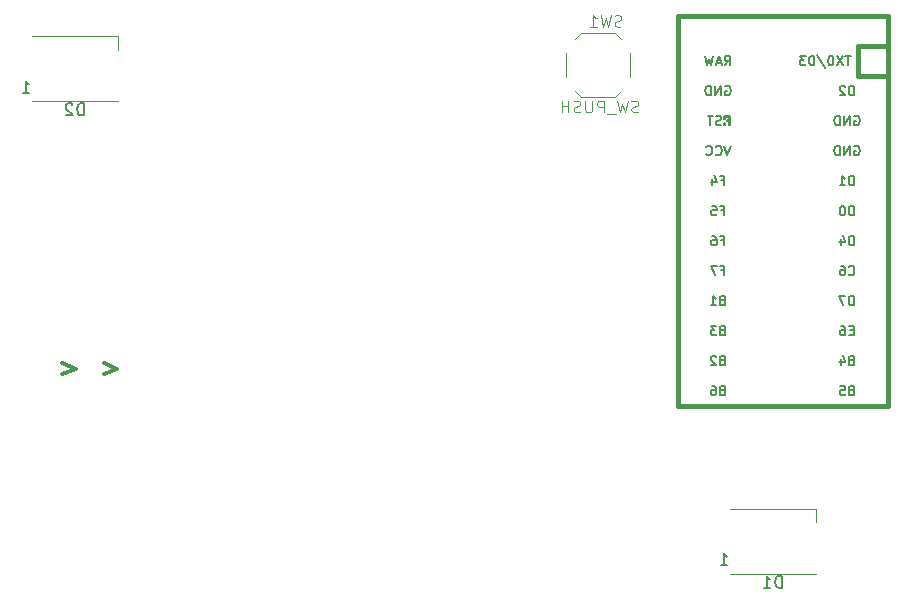
<source format=gbo>
G04 #@! TF.GenerationSoftware,KiCad,Pcbnew,(5.1.5)-3*
G04 #@! TF.CreationDate,2020-07-09T22:20:04+02:00*
G04 #@! TF.ProjectId,2x3_macropad,3278335f-6d61-4637-926f-7061642e6b69,rev?*
G04 #@! TF.SameCoordinates,Original*
G04 #@! TF.FileFunction,Legend,Bot*
G04 #@! TF.FilePolarity,Positive*
%FSLAX46Y46*%
G04 Gerber Fmt 4.6, Leading zero omitted, Abs format (unit mm)*
G04 Created by KiCad (PCBNEW (5.1.5)-3) date 2020-07-09 22:20:04*
%MOMM*%
%LPD*%
G04 APERTURE LIST*
%ADD10C,0.300000*%
%ADD11C,0.120000*%
%ADD12C,0.381000*%
%ADD13C,0.150000*%
%ADD14C,0.050000*%
%ADD15R,1.902000X1.202000*%
%ADD16R,2.102000X2.102000*%
%ADD17C,2.102000*%
%ADD18R,2.102000X3.302000*%
%ADD19R,1.602000X1.102000*%
%ADD20R,1.702000X1.302000*%
%ADD21C,1.702000*%
%ADD22R,1.702000X1.702000*%
%ADD23C,2.388000*%
%ADD24C,4.089800*%
%ADD25C,1.902000*%
%ADD26R,1.854600X1.854600*%
%ADD27C,1.854600*%
G04 APERTURE END LIST*
D10*
X71428571Y-145521428D02*
X72571428Y-145092857D01*
X71428571Y-144664285D01*
X67928571Y-145521428D02*
X69071428Y-145092857D01*
X67928571Y-144664285D01*
D11*
X111850000Y-122120000D02*
X111360000Y-121630000D01*
X114750000Y-122120000D02*
X111850000Y-122120000D01*
X114750000Y-122120000D02*
X115240000Y-121630000D01*
X114750000Y-116680000D02*
X111850000Y-116680000D01*
X114750000Y-116680000D02*
X115240000Y-117170000D01*
X110580000Y-120440000D02*
X110580000Y-118360000D01*
X111850000Y-116680000D02*
X111360000Y-117170000D01*
X116020000Y-120440000D02*
X116020000Y-118360000D01*
X131750000Y-156950000D02*
X131750000Y-158100000D01*
X124450000Y-156950000D02*
X131750000Y-156950000D01*
X124450000Y-162450000D02*
X131750000Y-162450000D01*
X65350000Y-122450000D02*
X72650000Y-122450000D01*
X65350000Y-116950000D02*
X72650000Y-116950000D01*
X72650000Y-116950000D02*
X72650000Y-118100000D01*
D12*
X137795000Y-117792500D02*
X137795000Y-148272500D01*
X137795000Y-148272500D02*
X120015000Y-148272500D01*
X120015000Y-148272500D02*
X120015000Y-117792500D01*
X135255000Y-117792500D02*
X135255000Y-120332500D01*
X135255000Y-120332500D02*
X137795000Y-120332500D01*
D13*
G36*
X123973432Y-123671860D02*
G01*
X123973432Y-123971860D01*
X124073432Y-123971860D01*
X124073432Y-123671860D01*
X123973432Y-123671860D01*
G37*
X123973432Y-123671860D02*
X123973432Y-123971860D01*
X124073432Y-123971860D01*
X124073432Y-123671860D01*
X123973432Y-123671860D01*
G36*
X124173432Y-124071860D02*
G01*
X124173432Y-124171860D01*
X124273432Y-124171860D01*
X124273432Y-124071860D01*
X124173432Y-124071860D01*
G37*
X124173432Y-124071860D02*
X124173432Y-124171860D01*
X124273432Y-124171860D01*
X124273432Y-124071860D01*
X124173432Y-124071860D01*
G36*
X123973432Y-123671860D02*
G01*
X123973432Y-123771860D01*
X124473432Y-123771860D01*
X124473432Y-123671860D01*
X123973432Y-123671860D01*
G37*
X123973432Y-123671860D02*
X123973432Y-123771860D01*
X124473432Y-123771860D01*
X124473432Y-123671860D01*
X123973432Y-123671860D01*
G36*
X124373432Y-123671860D02*
G01*
X124373432Y-124471860D01*
X124473432Y-124471860D01*
X124473432Y-123671860D01*
X124373432Y-123671860D01*
G37*
X124373432Y-123671860D02*
X124373432Y-124471860D01*
X124473432Y-124471860D01*
X124473432Y-123671860D01*
X124373432Y-123671860D01*
G36*
X123973432Y-124271860D02*
G01*
X123973432Y-124471860D01*
X124073432Y-124471860D01*
X124073432Y-124271860D01*
X123973432Y-124271860D01*
G37*
X123973432Y-124271860D02*
X123973432Y-124471860D01*
X124073432Y-124471860D01*
X124073432Y-124271860D01*
X123973432Y-124271860D01*
D12*
X120015000Y-117792500D02*
X120015000Y-115252500D01*
X120015000Y-115252500D02*
X137795000Y-115252500D01*
X137795000Y-115252500D02*
X137795000Y-117792500D01*
X135255000Y-117792500D02*
X137795000Y-117792500D01*
D14*
X115271293Y-116116849D02*
X115128221Y-116164539D01*
X114889769Y-116164539D01*
X114794388Y-116116849D01*
X114746698Y-116069158D01*
X114699007Y-115973777D01*
X114699007Y-115878396D01*
X114746698Y-115783015D01*
X114794388Y-115735325D01*
X114889769Y-115687634D01*
X115080531Y-115639944D01*
X115175912Y-115592253D01*
X115223602Y-115544563D01*
X115271293Y-115449182D01*
X115271293Y-115353801D01*
X115223602Y-115258420D01*
X115175912Y-115210730D01*
X115080531Y-115163039D01*
X114842079Y-115163039D01*
X114699007Y-115210730D01*
X114365174Y-115163039D02*
X114126721Y-116164539D01*
X113935960Y-115449182D01*
X113745198Y-116164539D01*
X113506745Y-115163039D01*
X112600626Y-116164539D02*
X113172912Y-116164539D01*
X112886769Y-116164539D02*
X112886769Y-115163039D01*
X112982150Y-115306110D01*
X113077531Y-115401491D01*
X113172912Y-115449182D01*
X116689175Y-123361064D02*
X116546307Y-123408687D01*
X116308192Y-123408687D01*
X116212947Y-123361064D01*
X116165324Y-123313441D01*
X116117701Y-123218195D01*
X116117701Y-123122950D01*
X116165324Y-123027704D01*
X116212947Y-122980081D01*
X116308192Y-122932458D01*
X116498684Y-122884835D01*
X116593930Y-122837212D01*
X116641552Y-122789590D01*
X116689175Y-122694344D01*
X116689175Y-122599098D01*
X116641552Y-122503852D01*
X116593930Y-122456230D01*
X116498684Y-122408607D01*
X116260570Y-122408607D01*
X116117701Y-122456230D01*
X115784341Y-122408607D02*
X115546227Y-123408687D01*
X115355735Y-122694344D01*
X115165244Y-123408687D01*
X114927130Y-122408607D01*
X114784261Y-123503932D02*
X114022295Y-123503932D01*
X113784181Y-123408687D02*
X113784181Y-122408607D01*
X113403198Y-122408607D01*
X113307952Y-122456230D01*
X113260330Y-122503852D01*
X113212707Y-122599098D01*
X113212707Y-122741967D01*
X113260330Y-122837212D01*
X113307952Y-122884835D01*
X113403198Y-122932458D01*
X113784181Y-122932458D01*
X112784101Y-122408607D02*
X112784101Y-123218195D01*
X112736478Y-123313441D01*
X112688855Y-123361064D01*
X112593610Y-123408687D01*
X112403118Y-123408687D01*
X112307872Y-123361064D01*
X112260250Y-123313441D01*
X112212627Y-123218195D01*
X112212627Y-122408607D01*
X111784021Y-123361064D02*
X111641152Y-123408687D01*
X111403038Y-123408687D01*
X111307792Y-123361064D01*
X111260170Y-123313441D01*
X111212547Y-123218195D01*
X111212547Y-123122950D01*
X111260170Y-123027704D01*
X111307792Y-122980081D01*
X111403038Y-122932458D01*
X111593530Y-122884835D01*
X111688775Y-122837212D01*
X111736398Y-122789590D01*
X111784021Y-122694344D01*
X111784021Y-122599098D01*
X111736398Y-122503852D01*
X111688775Y-122456230D01*
X111593530Y-122408607D01*
X111355415Y-122408607D01*
X111212547Y-122456230D01*
X110783941Y-123408687D02*
X110783941Y-122408607D01*
X110783941Y-122884835D02*
X110212467Y-122884835D01*
X110212467Y-123408687D02*
X110212467Y-122408607D01*
D13*
X128838095Y-163652380D02*
X128838095Y-162652380D01*
X128600000Y-162652380D01*
X128457142Y-162700000D01*
X128361904Y-162795238D01*
X128314285Y-162890476D01*
X128266666Y-163080952D01*
X128266666Y-163223809D01*
X128314285Y-163414285D01*
X128361904Y-163509523D01*
X128457142Y-163604761D01*
X128600000Y-163652380D01*
X128838095Y-163652380D01*
X127314285Y-163652380D02*
X127885714Y-163652380D01*
X127600000Y-163652380D02*
X127600000Y-162652380D01*
X127695238Y-162795238D01*
X127790476Y-162890476D01*
X127885714Y-162938095D01*
X123664285Y-161752380D02*
X124235714Y-161752380D01*
X123950000Y-161752380D02*
X123950000Y-160752380D01*
X124045238Y-160895238D01*
X124140476Y-160990476D01*
X124235714Y-161038095D01*
X69738095Y-123652380D02*
X69738095Y-122652380D01*
X69500000Y-122652380D01*
X69357142Y-122700000D01*
X69261904Y-122795238D01*
X69214285Y-122890476D01*
X69166666Y-123080952D01*
X69166666Y-123223809D01*
X69214285Y-123414285D01*
X69261904Y-123509523D01*
X69357142Y-123604761D01*
X69500000Y-123652380D01*
X69738095Y-123652380D01*
X68785714Y-122747619D02*
X68738095Y-122700000D01*
X68642857Y-122652380D01*
X68404761Y-122652380D01*
X68309523Y-122700000D01*
X68261904Y-122747619D01*
X68214285Y-122842857D01*
X68214285Y-122938095D01*
X68261904Y-123080952D01*
X68833333Y-123652380D01*
X68214285Y-123652380D01*
X64564285Y-121752380D02*
X65135714Y-121752380D01*
X64850000Y-121752380D02*
X64850000Y-120752380D01*
X64945238Y-120895238D01*
X65040476Y-120990476D01*
X65135714Y-121038095D01*
X123767809Y-144405357D02*
X123653523Y-144443452D01*
X123615428Y-144481547D01*
X123577333Y-144557738D01*
X123577333Y-144672023D01*
X123615428Y-144748214D01*
X123653523Y-144786309D01*
X123729714Y-144824404D01*
X124034476Y-144824404D01*
X124034476Y-144024404D01*
X123767809Y-144024404D01*
X123691619Y-144062500D01*
X123653523Y-144100595D01*
X123615428Y-144176785D01*
X123615428Y-144252976D01*
X123653523Y-144329166D01*
X123691619Y-144367261D01*
X123767809Y-144405357D01*
X124034476Y-144405357D01*
X123272571Y-144100595D02*
X123234476Y-144062500D01*
X123158285Y-144024404D01*
X122967809Y-144024404D01*
X122891619Y-144062500D01*
X122853523Y-144100595D01*
X122815428Y-144176785D01*
X122815428Y-144252976D01*
X122853523Y-144367261D01*
X123310666Y-144824404D01*
X122815428Y-144824404D01*
X123710666Y-136785357D02*
X123977333Y-136785357D01*
X123977333Y-137204404D02*
X123977333Y-136404404D01*
X123596380Y-136404404D01*
X123367809Y-136404404D02*
X122834476Y-136404404D01*
X123177333Y-137204404D01*
X123710666Y-134245357D02*
X123977333Y-134245357D01*
X123977333Y-134664404D02*
X123977333Y-133864404D01*
X123596380Y-133864404D01*
X122948761Y-133864404D02*
X123101142Y-133864404D01*
X123177333Y-133902500D01*
X123215428Y-133940595D01*
X123291619Y-134054880D01*
X123329714Y-134207261D01*
X123329714Y-134512023D01*
X123291619Y-134588214D01*
X123253523Y-134626309D01*
X123177333Y-134664404D01*
X123024952Y-134664404D01*
X122948761Y-134626309D01*
X122910666Y-134588214D01*
X122872571Y-134512023D01*
X122872571Y-134321547D01*
X122910666Y-134245357D01*
X122948761Y-134207261D01*
X123024952Y-134169166D01*
X123177333Y-134169166D01*
X123253523Y-134207261D01*
X123291619Y-134245357D01*
X123329714Y-134321547D01*
X123710666Y-131705357D02*
X123977333Y-131705357D01*
X123977333Y-132124404D02*
X123977333Y-131324404D01*
X123596380Y-131324404D01*
X122910666Y-131324404D02*
X123291619Y-131324404D01*
X123329714Y-131705357D01*
X123291619Y-131667261D01*
X123215428Y-131629166D01*
X123024952Y-131629166D01*
X122948761Y-131667261D01*
X122910666Y-131705357D01*
X122872571Y-131781547D01*
X122872571Y-131972023D01*
X122910666Y-132048214D01*
X122948761Y-132086309D01*
X123024952Y-132124404D01*
X123215428Y-132124404D01*
X123291619Y-132086309D01*
X123329714Y-132048214D01*
X123996380Y-119424404D02*
X124263047Y-119043452D01*
X124453523Y-119424404D02*
X124453523Y-118624404D01*
X124148761Y-118624404D01*
X124072571Y-118662500D01*
X124034476Y-118700595D01*
X123996380Y-118776785D01*
X123996380Y-118891071D01*
X124034476Y-118967261D01*
X124072571Y-119005357D01*
X124148761Y-119043452D01*
X124453523Y-119043452D01*
X123691619Y-119195833D02*
X123310666Y-119195833D01*
X123767809Y-119424404D02*
X123501142Y-118624404D01*
X123234476Y-119424404D01*
X123044000Y-118624404D02*
X122853523Y-119424404D01*
X122701142Y-118852976D01*
X122548761Y-119424404D01*
X122358285Y-118624404D01*
X124053523Y-121202500D02*
X124129714Y-121164404D01*
X124244000Y-121164404D01*
X124358285Y-121202500D01*
X124434476Y-121278690D01*
X124472571Y-121354880D01*
X124510666Y-121507261D01*
X124510666Y-121621547D01*
X124472571Y-121773928D01*
X124434476Y-121850119D01*
X124358285Y-121926309D01*
X124244000Y-121964404D01*
X124167809Y-121964404D01*
X124053523Y-121926309D01*
X124015428Y-121888214D01*
X124015428Y-121621547D01*
X124167809Y-121621547D01*
X123672571Y-121964404D02*
X123672571Y-121164404D01*
X123215428Y-121964404D01*
X123215428Y-121164404D01*
X122834476Y-121964404D02*
X122834476Y-121164404D01*
X122644000Y-121164404D01*
X122529714Y-121202500D01*
X122453523Y-121278690D01*
X122415428Y-121354880D01*
X122377333Y-121507261D01*
X122377333Y-121621547D01*
X122415428Y-121773928D01*
X122453523Y-121850119D01*
X122529714Y-121926309D01*
X122644000Y-121964404D01*
X122834476Y-121964404D01*
X123705213Y-124436309D02*
X123590927Y-124474404D01*
X123400451Y-124474404D01*
X123324260Y-124436309D01*
X123286165Y-124398214D01*
X123248070Y-124322023D01*
X123248070Y-124245833D01*
X123286165Y-124169642D01*
X123324260Y-124131547D01*
X123400451Y-124093452D01*
X123552832Y-124055357D01*
X123629022Y-124017261D01*
X123667118Y-123979166D01*
X123705213Y-123902976D01*
X123705213Y-123826785D01*
X123667118Y-123750595D01*
X123629022Y-123712500D01*
X123552832Y-123674404D01*
X123362356Y-123674404D01*
X123248070Y-123712500D01*
X123019499Y-123674404D02*
X122562356Y-123674404D01*
X122790927Y-124474404D02*
X122790927Y-123674404D01*
X124510666Y-126244404D02*
X124244000Y-127044404D01*
X123977333Y-126244404D01*
X123253523Y-126968214D02*
X123291619Y-127006309D01*
X123405904Y-127044404D01*
X123482095Y-127044404D01*
X123596380Y-127006309D01*
X123672571Y-126930119D01*
X123710666Y-126853928D01*
X123748761Y-126701547D01*
X123748761Y-126587261D01*
X123710666Y-126434880D01*
X123672571Y-126358690D01*
X123596380Y-126282500D01*
X123482095Y-126244404D01*
X123405904Y-126244404D01*
X123291619Y-126282500D01*
X123253523Y-126320595D01*
X122453523Y-126968214D02*
X122491619Y-127006309D01*
X122605904Y-127044404D01*
X122682095Y-127044404D01*
X122796380Y-127006309D01*
X122872571Y-126930119D01*
X122910666Y-126853928D01*
X122948761Y-126701547D01*
X122948761Y-126587261D01*
X122910666Y-126434880D01*
X122872571Y-126358690D01*
X122796380Y-126282500D01*
X122682095Y-126244404D01*
X122605904Y-126244404D01*
X122491619Y-126282500D01*
X122453523Y-126320595D01*
X123710666Y-129165357D02*
X123977333Y-129165357D01*
X123977333Y-129584404D02*
X123977333Y-128784404D01*
X123596380Y-128784404D01*
X122948761Y-129051071D02*
X122948761Y-129584404D01*
X123139238Y-128746309D02*
X123329714Y-129317738D01*
X122834476Y-129317738D01*
X123767809Y-139325357D02*
X123653523Y-139363452D01*
X123615428Y-139401547D01*
X123577333Y-139477738D01*
X123577333Y-139592023D01*
X123615428Y-139668214D01*
X123653523Y-139706309D01*
X123729714Y-139744404D01*
X124034476Y-139744404D01*
X124034476Y-138944404D01*
X123767809Y-138944404D01*
X123691619Y-138982500D01*
X123653523Y-139020595D01*
X123615428Y-139096785D01*
X123615428Y-139172976D01*
X123653523Y-139249166D01*
X123691619Y-139287261D01*
X123767809Y-139325357D01*
X124034476Y-139325357D01*
X122815428Y-139744404D02*
X123272571Y-139744404D01*
X123044000Y-139744404D02*
X123044000Y-138944404D01*
X123120190Y-139058690D01*
X123196380Y-139134880D01*
X123272571Y-139172976D01*
X123767809Y-141865357D02*
X123653523Y-141903452D01*
X123615428Y-141941547D01*
X123577333Y-142017738D01*
X123577333Y-142132023D01*
X123615428Y-142208214D01*
X123653523Y-142246309D01*
X123729714Y-142284404D01*
X124034476Y-142284404D01*
X124034476Y-141484404D01*
X123767809Y-141484404D01*
X123691619Y-141522500D01*
X123653523Y-141560595D01*
X123615428Y-141636785D01*
X123615428Y-141712976D01*
X123653523Y-141789166D01*
X123691619Y-141827261D01*
X123767809Y-141865357D01*
X124034476Y-141865357D01*
X123310666Y-141484404D02*
X122815428Y-141484404D01*
X123082095Y-141789166D01*
X122967809Y-141789166D01*
X122891619Y-141827261D01*
X122853523Y-141865357D01*
X122815428Y-141941547D01*
X122815428Y-142132023D01*
X122853523Y-142208214D01*
X122891619Y-142246309D01*
X122967809Y-142284404D01*
X123196380Y-142284404D01*
X123272571Y-142246309D01*
X123310666Y-142208214D01*
X123767809Y-146945357D02*
X123653523Y-146983452D01*
X123615428Y-147021547D01*
X123577333Y-147097738D01*
X123577333Y-147212023D01*
X123615428Y-147288214D01*
X123653523Y-147326309D01*
X123729714Y-147364404D01*
X124034476Y-147364404D01*
X124034476Y-146564404D01*
X123767809Y-146564404D01*
X123691619Y-146602500D01*
X123653523Y-146640595D01*
X123615428Y-146716785D01*
X123615428Y-146792976D01*
X123653523Y-146869166D01*
X123691619Y-146907261D01*
X123767809Y-146945357D01*
X124034476Y-146945357D01*
X122891619Y-146564404D02*
X123044000Y-146564404D01*
X123120190Y-146602500D01*
X123158285Y-146640595D01*
X123234476Y-146754880D01*
X123272571Y-146907261D01*
X123272571Y-147212023D01*
X123234476Y-147288214D01*
X123196380Y-147326309D01*
X123120190Y-147364404D01*
X122967809Y-147364404D01*
X122891619Y-147326309D01*
X122853523Y-147288214D01*
X122815428Y-147212023D01*
X122815428Y-147021547D01*
X122853523Y-146945357D01*
X122891619Y-146907261D01*
X122967809Y-146869166D01*
X123120190Y-146869166D01*
X123196380Y-146907261D01*
X123234476Y-146945357D01*
X123272571Y-147021547D01*
X134689809Y-146945357D02*
X134575523Y-146983452D01*
X134537428Y-147021547D01*
X134499333Y-147097738D01*
X134499333Y-147212023D01*
X134537428Y-147288214D01*
X134575523Y-147326309D01*
X134651714Y-147364404D01*
X134956476Y-147364404D01*
X134956476Y-146564404D01*
X134689809Y-146564404D01*
X134613619Y-146602500D01*
X134575523Y-146640595D01*
X134537428Y-146716785D01*
X134537428Y-146792976D01*
X134575523Y-146869166D01*
X134613619Y-146907261D01*
X134689809Y-146945357D01*
X134956476Y-146945357D01*
X133775523Y-146564404D02*
X134156476Y-146564404D01*
X134194571Y-146945357D01*
X134156476Y-146907261D01*
X134080285Y-146869166D01*
X133889809Y-146869166D01*
X133813619Y-146907261D01*
X133775523Y-146945357D01*
X133737428Y-147021547D01*
X133737428Y-147212023D01*
X133775523Y-147288214D01*
X133813619Y-147326309D01*
X133889809Y-147364404D01*
X134080285Y-147364404D01*
X134156476Y-147326309D01*
X134194571Y-147288214D01*
X134689809Y-144405357D02*
X134575523Y-144443452D01*
X134537428Y-144481547D01*
X134499333Y-144557738D01*
X134499333Y-144672023D01*
X134537428Y-144748214D01*
X134575523Y-144786309D01*
X134651714Y-144824404D01*
X134956476Y-144824404D01*
X134956476Y-144024404D01*
X134689809Y-144024404D01*
X134613619Y-144062500D01*
X134575523Y-144100595D01*
X134537428Y-144176785D01*
X134537428Y-144252976D01*
X134575523Y-144329166D01*
X134613619Y-144367261D01*
X134689809Y-144405357D01*
X134956476Y-144405357D01*
X133813619Y-144291071D02*
X133813619Y-144824404D01*
X134004095Y-143986309D02*
X134194571Y-144557738D01*
X133699333Y-144557738D01*
X134918380Y-141865357D02*
X134651714Y-141865357D01*
X134537428Y-142284404D02*
X134918380Y-142284404D01*
X134918380Y-141484404D01*
X134537428Y-141484404D01*
X133851714Y-141484404D02*
X134004095Y-141484404D01*
X134080285Y-141522500D01*
X134118380Y-141560595D01*
X134194571Y-141674880D01*
X134232666Y-141827261D01*
X134232666Y-142132023D01*
X134194571Y-142208214D01*
X134156476Y-142246309D01*
X134080285Y-142284404D01*
X133927904Y-142284404D01*
X133851714Y-142246309D01*
X133813619Y-142208214D01*
X133775523Y-142132023D01*
X133775523Y-141941547D01*
X133813619Y-141865357D01*
X133851714Y-141827261D01*
X133927904Y-141789166D01*
X134080285Y-141789166D01*
X134156476Y-141827261D01*
X134194571Y-141865357D01*
X134232666Y-141941547D01*
X134956476Y-139744404D02*
X134956476Y-138944404D01*
X134766000Y-138944404D01*
X134651714Y-138982500D01*
X134575523Y-139058690D01*
X134537428Y-139134880D01*
X134499333Y-139287261D01*
X134499333Y-139401547D01*
X134537428Y-139553928D01*
X134575523Y-139630119D01*
X134651714Y-139706309D01*
X134766000Y-139744404D01*
X134956476Y-139744404D01*
X134232666Y-138944404D02*
X133699333Y-138944404D01*
X134042190Y-139744404D01*
X134499333Y-137128214D02*
X134537428Y-137166309D01*
X134651714Y-137204404D01*
X134727904Y-137204404D01*
X134842190Y-137166309D01*
X134918380Y-137090119D01*
X134956476Y-137013928D01*
X134994571Y-136861547D01*
X134994571Y-136747261D01*
X134956476Y-136594880D01*
X134918380Y-136518690D01*
X134842190Y-136442500D01*
X134727904Y-136404404D01*
X134651714Y-136404404D01*
X134537428Y-136442500D01*
X134499333Y-136480595D01*
X133813619Y-136404404D02*
X133966000Y-136404404D01*
X134042190Y-136442500D01*
X134080285Y-136480595D01*
X134156476Y-136594880D01*
X134194571Y-136747261D01*
X134194571Y-137052023D01*
X134156476Y-137128214D01*
X134118380Y-137166309D01*
X134042190Y-137204404D01*
X133889809Y-137204404D01*
X133813619Y-137166309D01*
X133775523Y-137128214D01*
X133737428Y-137052023D01*
X133737428Y-136861547D01*
X133775523Y-136785357D01*
X133813619Y-136747261D01*
X133889809Y-136709166D01*
X134042190Y-136709166D01*
X134118380Y-136747261D01*
X134156476Y-136785357D01*
X134194571Y-136861547D01*
X134956476Y-134664404D02*
X134956476Y-133864404D01*
X134766000Y-133864404D01*
X134651714Y-133902500D01*
X134575523Y-133978690D01*
X134537428Y-134054880D01*
X134499333Y-134207261D01*
X134499333Y-134321547D01*
X134537428Y-134473928D01*
X134575523Y-134550119D01*
X134651714Y-134626309D01*
X134766000Y-134664404D01*
X134956476Y-134664404D01*
X133813619Y-134131071D02*
X133813619Y-134664404D01*
X134004095Y-133826309D02*
X134194571Y-134397738D01*
X133699333Y-134397738D01*
X134975523Y-123742500D02*
X135051714Y-123704404D01*
X135166000Y-123704404D01*
X135280285Y-123742500D01*
X135356476Y-123818690D01*
X135394571Y-123894880D01*
X135432666Y-124047261D01*
X135432666Y-124161547D01*
X135394571Y-124313928D01*
X135356476Y-124390119D01*
X135280285Y-124466309D01*
X135166000Y-124504404D01*
X135089809Y-124504404D01*
X134975523Y-124466309D01*
X134937428Y-124428214D01*
X134937428Y-124161547D01*
X135089809Y-124161547D01*
X134594571Y-124504404D02*
X134594571Y-123704404D01*
X134137428Y-124504404D01*
X134137428Y-123704404D01*
X133756476Y-124504404D02*
X133756476Y-123704404D01*
X133566000Y-123704404D01*
X133451714Y-123742500D01*
X133375523Y-123818690D01*
X133337428Y-123894880D01*
X133299333Y-124047261D01*
X133299333Y-124161547D01*
X133337428Y-124313928D01*
X133375523Y-124390119D01*
X133451714Y-124466309D01*
X133566000Y-124504404D01*
X133756476Y-124504404D01*
X134975523Y-126282500D02*
X135051714Y-126244404D01*
X135166000Y-126244404D01*
X135280285Y-126282500D01*
X135356476Y-126358690D01*
X135394571Y-126434880D01*
X135432666Y-126587261D01*
X135432666Y-126701547D01*
X135394571Y-126853928D01*
X135356476Y-126930119D01*
X135280285Y-127006309D01*
X135166000Y-127044404D01*
X135089809Y-127044404D01*
X134975523Y-127006309D01*
X134937428Y-126968214D01*
X134937428Y-126701547D01*
X135089809Y-126701547D01*
X134594571Y-127044404D02*
X134594571Y-126244404D01*
X134137428Y-127044404D01*
X134137428Y-126244404D01*
X133756476Y-127044404D02*
X133756476Y-126244404D01*
X133566000Y-126244404D01*
X133451714Y-126282500D01*
X133375523Y-126358690D01*
X133337428Y-126434880D01*
X133299333Y-126587261D01*
X133299333Y-126701547D01*
X133337428Y-126853928D01*
X133375523Y-126930119D01*
X133451714Y-127006309D01*
X133566000Y-127044404D01*
X133756476Y-127044404D01*
X134956476Y-129584404D02*
X134956476Y-128784404D01*
X134766000Y-128784404D01*
X134651714Y-128822500D01*
X134575523Y-128898690D01*
X134537428Y-128974880D01*
X134499333Y-129127261D01*
X134499333Y-129241547D01*
X134537428Y-129393928D01*
X134575523Y-129470119D01*
X134651714Y-129546309D01*
X134766000Y-129584404D01*
X134956476Y-129584404D01*
X133737428Y-129584404D02*
X134194571Y-129584404D01*
X133966000Y-129584404D02*
X133966000Y-128784404D01*
X134042190Y-128898690D01*
X134118380Y-128974880D01*
X134194571Y-129012976D01*
X134956476Y-132124404D02*
X134956476Y-131324404D01*
X134766000Y-131324404D01*
X134651714Y-131362500D01*
X134575523Y-131438690D01*
X134537428Y-131514880D01*
X134499333Y-131667261D01*
X134499333Y-131781547D01*
X134537428Y-131933928D01*
X134575523Y-132010119D01*
X134651714Y-132086309D01*
X134766000Y-132124404D01*
X134956476Y-132124404D01*
X134004095Y-131324404D02*
X133927904Y-131324404D01*
X133851714Y-131362500D01*
X133813619Y-131400595D01*
X133775523Y-131476785D01*
X133737428Y-131629166D01*
X133737428Y-131819642D01*
X133775523Y-131972023D01*
X133813619Y-132048214D01*
X133851714Y-132086309D01*
X133927904Y-132124404D01*
X134004095Y-132124404D01*
X134080285Y-132086309D01*
X134118380Y-132048214D01*
X134156476Y-131972023D01*
X134194571Y-131819642D01*
X134194571Y-131629166D01*
X134156476Y-131476785D01*
X134118380Y-131400595D01*
X134080285Y-131362500D01*
X134004095Y-131324404D01*
X134956476Y-121964404D02*
X134956476Y-121164404D01*
X134766000Y-121164404D01*
X134651714Y-121202500D01*
X134575523Y-121278690D01*
X134537428Y-121354880D01*
X134499333Y-121507261D01*
X134499333Y-121621547D01*
X134537428Y-121773928D01*
X134575523Y-121850119D01*
X134651714Y-121926309D01*
X134766000Y-121964404D01*
X134956476Y-121964404D01*
X134194571Y-121240595D02*
X134156476Y-121202500D01*
X134080285Y-121164404D01*
X133889809Y-121164404D01*
X133813619Y-121202500D01*
X133775523Y-121240595D01*
X133737428Y-121316785D01*
X133737428Y-121392976D01*
X133775523Y-121507261D01*
X134232666Y-121964404D01*
X133737428Y-121964404D01*
X134667348Y-118624404D02*
X134210205Y-118624404D01*
X134438776Y-119424404D02*
X134438776Y-118624404D01*
X134019729Y-118624404D02*
X133486395Y-119424404D01*
X133486395Y-118624404D02*
X134019729Y-119424404D01*
X133029252Y-118624404D02*
X132953062Y-118624404D01*
X132876872Y-118662500D01*
X132838776Y-118700595D01*
X132800681Y-118776785D01*
X132762586Y-118929166D01*
X132762586Y-119119642D01*
X132800681Y-119272023D01*
X132838776Y-119348214D01*
X132876872Y-119386309D01*
X132953062Y-119424404D01*
X133029252Y-119424404D01*
X133105443Y-119386309D01*
X133143538Y-119348214D01*
X133181633Y-119272023D01*
X133219729Y-119119642D01*
X133219729Y-118929166D01*
X133181633Y-118776785D01*
X133143538Y-118700595D01*
X133105443Y-118662500D01*
X133029252Y-118624404D01*
X131848300Y-118586309D02*
X132534014Y-119614880D01*
X131581633Y-119424404D02*
X131581633Y-118624404D01*
X131391157Y-118624404D01*
X131276872Y-118662500D01*
X131200681Y-118738690D01*
X131162586Y-118814880D01*
X131124491Y-118967261D01*
X131124491Y-119081547D01*
X131162586Y-119233928D01*
X131200681Y-119310119D01*
X131276872Y-119386309D01*
X131391157Y-119424404D01*
X131581633Y-119424404D01*
X130857824Y-118624404D02*
X130362586Y-118624404D01*
X130629252Y-118929166D01*
X130514967Y-118929166D01*
X130438776Y-118967261D01*
X130400681Y-119005357D01*
X130362586Y-119081547D01*
X130362586Y-119272023D01*
X130400681Y-119348214D01*
X130438776Y-119386309D01*
X130514967Y-119424404D01*
X130743538Y-119424404D01*
X130819729Y-119386309D01*
X130857824Y-119348214D01*
%LPC*%
D15*
X110200000Y-121250000D03*
X116400000Y-121250000D03*
X110200000Y-117550000D03*
X116400000Y-117550000D03*
D16*
X68000000Y-141300000D03*
D17*
X70500000Y-141300000D03*
X73000000Y-141300000D03*
D18*
X64900000Y-133800000D03*
X76100000Y-133800000D03*
D17*
X68000000Y-126800000D03*
X73000000Y-126800000D03*
D19*
X125650000Y-161300000D03*
X125650000Y-158100000D03*
X130550000Y-161300000D03*
X130550000Y-158100000D03*
X71450000Y-118100000D03*
X71450000Y-121300000D03*
X66550000Y-118100000D03*
X66550000Y-121300000D03*
D20*
X68800000Y-143600000D03*
X71600000Y-143600000D03*
D21*
X66300000Y-143600000D03*
D22*
X74100000Y-143600000D03*
X74500000Y-162400000D03*
D21*
X66700000Y-162400000D03*
D20*
X72000000Y-162400000D03*
X69200000Y-162400000D03*
X88000000Y-143600000D03*
X90800000Y-143600000D03*
D21*
X85500000Y-143600000D03*
D22*
X93300000Y-143600000D03*
X93400000Y-162400000D03*
D21*
X85600000Y-162400000D03*
D20*
X90900000Y-162400000D03*
X88100000Y-162400000D03*
X107000000Y-143700000D03*
X109800000Y-143700000D03*
D21*
X104500000Y-143700000D03*
D22*
X112300000Y-143700000D03*
X112600000Y-162100000D03*
D21*
X104800000Y-162100000D03*
D20*
X110100000Y-162100000D03*
X107300000Y-162100000D03*
D23*
X73040000Y-147637500D03*
X66690000Y-150177500D03*
D24*
X70500000Y-152717500D03*
D25*
X65420000Y-152717500D03*
X75580000Y-152717500D03*
X94540000Y-133667500D03*
X84380000Y-133667500D03*
D24*
X89460000Y-133667500D03*
D23*
X85650000Y-131127500D03*
X92000000Y-128587500D03*
D25*
X94540000Y-152717500D03*
X84380000Y-152717500D03*
D24*
X89460000Y-152717500D03*
D23*
X85650000Y-150177500D03*
X92000000Y-147637500D03*
D25*
X113580000Y-133667500D03*
X103420000Y-133667500D03*
D24*
X108500000Y-133667500D03*
D23*
X104690000Y-131127500D03*
X111040000Y-128587500D03*
X111000000Y-147637500D03*
X104650000Y-150177500D03*
D24*
X108460000Y-152717500D03*
D25*
X103380000Y-152717500D03*
X113540000Y-152717500D03*
D23*
X73025000Y-128620000D03*
X66675000Y-131160000D03*
D24*
X70485000Y-133700000D03*
D25*
X65405000Y-133700000D03*
X75565000Y-133700000D03*
D17*
X111000000Y-126700000D03*
X106000000Y-126700000D03*
D18*
X114100000Y-133700000D03*
X102900000Y-133700000D03*
D17*
X111000000Y-141200000D03*
X108500000Y-141200000D03*
D16*
X106000000Y-141200000D03*
D26*
X136525000Y-119062500D03*
D27*
X136525000Y-121602500D03*
X136525000Y-124142500D03*
X136525000Y-126682500D03*
X136525000Y-129222500D03*
X136525000Y-131762500D03*
X136525000Y-134302500D03*
X136525000Y-136842500D03*
X136525000Y-139382500D03*
X136525000Y-141922500D03*
X136525000Y-144462500D03*
X121285000Y-147002500D03*
X121285000Y-144462500D03*
X121285000Y-141922500D03*
X121285000Y-139382500D03*
X121285000Y-136842500D03*
X121285000Y-134302500D03*
X121285000Y-131762500D03*
X121285000Y-129222500D03*
X121285000Y-126682500D03*
X121285000Y-124142500D03*
X121285000Y-121602500D03*
X136525000Y-147002500D03*
X121285000Y-119062500D03*
M02*

</source>
